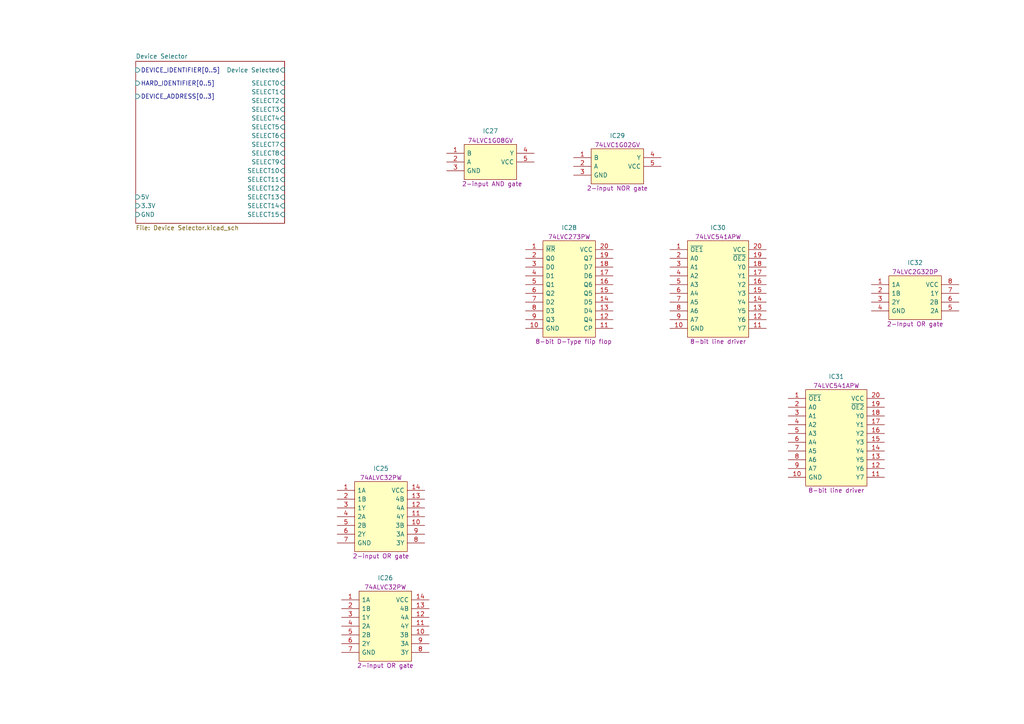
<source format=kicad_sch>
(kicad_sch (version 20211123) (generator eeschema)
  (paper "A4")
  (lib_symbols
    (symbol "Nexperia:74ALVC32PW,118" (pin_names (offset 0.762))
      (property "Reference" "IC" (at 11.43 6.35 0))
      (property "Description" "2-input OR gate" (at 5.08 -19.05 0))
      (property "Silk" "74ALVC32PW" (at 12.7 3.81 0))
      (symbol "74ALVC32PW,118_0_0"
        (pin passive line (at 0 0 0) (length 5.08) (name "1A") (number "1"))
        (pin passive line (at 25.4 -10.16 180) (length 5.08) (name "3B") (number "10"))
        (pin passive line (at 25.4 -7.62 180) (length 5.08) (name "4Y") (number "11"))
        (pin passive line (at 25.4 -5.08 180) (length 5.08) (name "4A") (number "12"))
        (pin passive line (at 25.4 -2.54 180) (length 5.08) (name "4B") (number "13"))
        (pin passive line (at 25.4 0 180) (length 5.08) (name "VCC") (number "14"))
        (pin passive line (at 0 -2.54 0) (length 5.08) (name "1B") (number "2"))
        (pin passive line (at 0 -5.08 0) (length 5.08) (name "1Y") (number "3"))
        (pin passive line (at 0 -7.62 0) (length 5.08) (name "2A") (number "4"))
        (pin passive line (at 0 -10.16 0) (length 5.08) (name "2B") (number "5"))
        (pin passive line (at 0 -12.7 0) (length 5.08) (name "2Y") (number "6"))
        (pin passive line (at 0 -15.24 0) (length 5.08) (name "GND") (number "7"))
        (pin passive line (at 25.4 -15.24 180) (length 5.08) (name "3Y") (number "8"))
        (pin passive line (at 25.4 -12.7 180) (length 5.08) (name "3A") (number "9"))
      )
      (symbol "74ALVC32PW,118_0_1"
        (polyline (pts (xy 5.08 2.54) (xy 20.32 2.54) (xy 20.32 -17.78) (xy 5.08 -17.78) (xy 5.08 2.54)) (stroke (width 0.1524)) (fill (type background)))
      )
    )
    (symbol "Nexperia:74LVC1G02GV,125" (pin_names (offset 0.762))
      (property "Reference" "IC" (at 11.43 6.35 0))
      (property "Description" "2-input NOR gate" (at 3.81 -8.89 0))
      (property "Silk" "74LVC1G02GV" (at 12.7 3.81 0))
      (symbol "74LVC1G02GV,125_0_0"
        (pin passive line (at 0 0 0) (length 5.08) (name "B") (number "1"))
        (pin passive line (at 0 -2.54 0) (length 5.08) (name "A") (number "2"))
        (pin passive line (at 0 -5.08 0) (length 5.08) (name "GND") (number "3"))
        (pin passive line (at 25.4 0 180) (length 5.08) (name "Y") (number "4"))
        (pin passive line (at 25.4 -2.54 180) (length 5.08) (name "VCC") (number "5"))
      )
      (symbol "74LVC1G02GV,125_0_1"
        (polyline (pts (xy 5.08 2.54) (xy 20.32 2.54) (xy 20.32 -7.62) (xy 5.08 -7.62) (xy 5.08 2.54)) (stroke (width 0.1524)) (fill (type background)))
      )
    )
    (symbol "Nexperia:74LVC1G08GV,125" (pin_names (offset 0.762))
      (property "Reference" "IC" (at 10.795 5.715 0))
      (property "Silk" "74LVC1G08GV" (at 12.7 3.81 0))
      (symbol "74LVC1G08GV,125_0_0"
        (pin passive line (at 0 0 0) (length 5.08) (name "B") (number "1"))
        (pin passive line (at 0 -2.54 0) (length 5.08) (name "A") (number "2"))
        (pin passive line (at 0 -5.08 0) (length 5.08) (name "GND") (number "3"))
        (pin passive line (at 25.4 0 180) (length 5.08) (name "Y") (number "4"))
        (pin passive line (at 25.4 -2.54 180) (length 5.08) (name "VCC") (number "5"))
      )
      (symbol "74LVC1G08GV,125_0_1"
        (polyline (pts (xy 5.08 2.54) (xy 20.32 2.54) (xy 20.32 -7.62) (xy 5.08 -7.62) (xy 5.08 2.54)) (stroke (width 0.1524)) (fill (type background)))
      )
    )
    (symbol "Nexperia:74LVC273PW,118" (pin_names (offset 0.762))
      (property "Reference" "IC" (at 11.43 6.35 0))
      (property "Description" "8-bit D-Type flip flop" (at 1.27 -26.67 0))
      (property "Silk" "74LVC273PW" (at 12.7 3.81 0))
      (symbol "74LVC273PW,118_0_0"
        (pin passive line (at 0 0 0) (length 5.08) (name "~{MR}") (number "1"))
        (pin passive line (at 0 -22.86 0) (length 5.08) (name "GND") (number "10"))
        (pin passive line (at 25.4 -22.86 180) (length 5.08) (name "CP") (number "11"))
        (pin passive line (at 25.4 -20.32 180) (length 5.08) (name "Q4") (number "12"))
        (pin passive line (at 25.4 -17.78 180) (length 5.08) (name "D4") (number "13"))
        (pin passive line (at 25.4 -15.24 180) (length 5.08) (name "D5") (number "14"))
        (pin passive line (at 25.4 -12.7 180) (length 5.08) (name "Q5") (number "15"))
        (pin passive line (at 25.4 -10.16 180) (length 5.08) (name "Q6") (number "16"))
        (pin passive line (at 25.4 -7.62 180) (length 5.08) (name "D6") (number "17"))
        (pin passive line (at 25.4 -5.08 180) (length 5.08) (name "D7") (number "18"))
        (pin passive line (at 25.4 -2.54 180) (length 5.08) (name "Q7") (number "19"))
        (pin passive line (at 0 -2.54 0) (length 5.08) (name "Q0") (number "2"))
        (pin passive line (at 25.4 0 180) (length 5.08) (name "VCC") (number "20"))
        (pin passive line (at 0 -5.08 0) (length 5.08) (name "D0") (number "3"))
        (pin passive line (at 0 -7.62 0) (length 5.08) (name "D1") (number "4"))
        (pin passive line (at 0 -10.16 0) (length 5.08) (name "Q1") (number "5"))
        (pin passive line (at 0 -12.7 0) (length 5.08) (name "Q2") (number "6"))
        (pin passive line (at 0 -15.24 0) (length 5.08) (name "D2") (number "7"))
        (pin passive line (at 0 -17.78 0) (length 5.08) (name "D3") (number "8"))
        (pin passive line (at 0 -20.32 0) (length 5.08) (name "Q3") (number "9"))
      )
      (symbol "74LVC273PW,118_0_1"
        (polyline (pts (xy 5.08 2.54) (xy 20.32 2.54) (xy 20.32 -25.4) (xy 5.08 -25.4) (xy 5.08 2.54)) (stroke (width 0.1524)) (fill (type background)))
      )
    )
    (symbol "Nexperia:74LVC2G32DP,125" (pin_names (offset 0.762))
      (property "Reference" "IC" (at 11.43 6.35 0))
      (property "Description" "2-Input OR gate" (at 5.08 -11.43 0))
      (property "Silk" "74LVC2G32DP" (at 12.7 3.81 0))
      (symbol "74LVC2G32DP,125_0_0"
        (pin passive line (at 0 0 0) (length 5.08) (name "1A") (number "1"))
        (pin passive line (at 0 -2.54 0) (length 5.08) (name "1B") (number "2"))
        (pin passive line (at 0 -5.08 0) (length 5.08) (name "2Y") (number "3"))
        (pin passive line (at 0 -7.62 0) (length 5.08) (name "GND") (number "4"))
        (pin passive line (at 25.4 -7.62 180) (length 5.08) (name "2A") (number "5"))
        (pin passive line (at 25.4 -5.08 180) (length 5.08) (name "2B") (number "6"))
        (pin passive line (at 25.4 -2.54 180) (length 5.08) (name "1Y") (number "7"))
        (pin passive line (at 25.4 0 180) (length 5.08) (name "VCC") (number "8"))
      )
      (symbol "74LVC2G32DP,125_0_1"
        (polyline (pts (xy 5.08 2.54) (xy 20.32 2.54) (xy 20.32 -10.16) (xy 5.08 -10.16) (xy 5.08 2.54)) (stroke (width 0.1524)) (fill (type background)))
      )
    )
    (symbol "Nexperia:74LVC541APW,118" (pin_names (offset 0.762))
      (property "Reference" "IC" (at 12.7 6.35 0))
      (property "Description" "8-bit line driver" (at 6.35 -26.67 0))
      (property "Silk" "74LVC541APW" (at 13.97 3.81 0))
      (symbol "74LVC541APW,118_0_0"
        (pin passive line (at 0 0 0) (length 5.08) (name "~{OE1}") (number "1"))
        (pin passive line (at 0 -22.86 0) (length 5.08) (name "GND") (number "10"))
        (pin passive line (at 27.94 -22.86 180) (length 5.08) (name "Y7") (number "11"))
        (pin passive line (at 27.94 -20.32 180) (length 5.08) (name "Y6") (number "12"))
        (pin passive line (at 27.94 -17.78 180) (length 5.08) (name "Y5") (number "13"))
        (pin passive line (at 27.94 -15.24 180) (length 5.08) (name "Y4") (number "14"))
        (pin passive line (at 27.94 -12.7 180) (length 5.08) (name "Y3") (number "15"))
        (pin passive line (at 27.94 -10.16 180) (length 5.08) (name "Y2") (number "16"))
        (pin passive line (at 27.94 -7.62 180) (length 5.08) (name "Y1") (number "17"))
        (pin passive line (at 27.94 -5.08 180) (length 5.08) (name "Y0") (number "18"))
        (pin passive line (at 27.94 -2.54 180) (length 5.08) (name "~{OE2}") (number "19"))
        (pin passive line (at 0 -2.54 0) (length 5.08) (name "A0") (number "2"))
        (pin passive line (at 27.94 0 180) (length 5.08) (name "VCC") (number "20"))
        (pin passive line (at 0 -5.08 0) (length 5.08) (name "A1") (number "3"))
        (pin passive line (at 0 -7.62 0) (length 5.08) (name "A2") (number "4"))
        (pin passive line (at 0 -10.16 0) (length 5.08) (name "A3") (number "5"))
        (pin passive line (at 0 -12.7 0) (length 5.08) (name "A4") (number "6"))
        (pin passive line (at 0 -15.24 0) (length 5.08) (name "A5") (number "7"))
        (pin passive line (at 0 -17.78 0) (length 5.08) (name "A6") (number "8"))
        (pin passive line (at 0 -20.32 0) (length 5.08) (name "A7") (number "9"))
      )
      (symbol "74LVC541APW,118_0_1"
        (polyline (pts (xy 5.08 2.54) (xy 22.86 2.54) (xy 22.86 -25.4) (xy 5.08 -25.4) (xy 5.08 2.54)) (stroke (width 0.1524)) (fill (type background)))
      )
    )
  )
  (symbol (lib_id "Nexperia:74LVC1G08GV,125") (at 129.54 44.45 0) (unit 1)
    (property "Reference" "IC27" (at 142.24 37.9943 0))
    (property "Value" "74LVC1G08GV,125" (effects hide))
    (property "Footprint" "SOT95P275X110-5N" (effects hide))
    (property "Datasheet" "https://assets.nexperia.com/documents/data-sheet/74LVC1G08.pdf" (effects hide))
    (property "Description" "2-input AND gate" (at 133.985 53.34 0) (effects (justify left)))
    (property "Height" "1.1" (effects hide))
    (property "Manufacturer_Name" "Nexperia" (effects hide))
    (property "Manufacturer_Part_Number" "74LVC1G08GV,125" (effects hide))
    (property "Mouser Part Number" "771-74LVC1G08GV" (effects hide))
    (property "Mouser Price/Stock" "https://www.mouser.co.uk/ProductDetail/Nexperia/74LVC1G08GV125?qs=me8TqzrmIYXEnurJEPZc7A%3D%3D" (effects hide))
    (property "Arrow Part Number" "74LVC1G08GV,125" (effects hide))
    (property "Arrow Price/Stock" "https://www.arrow.com/en/products/74lvc1g08gv125/nexperia" (effects hide))
    (property "Silk" "74LVC1G08GV" (at 142.24 40.7694 0))
  )
  (symbol (lib_id "Nexperia:74LVC2G32DP,125") (at 252.73 82.55 0) (unit 1)
    (property "Reference" "IC32" (at 265.43 76.2 0))
    (property "Value" "74LVC2G32DP,125" (effects hide))
    (property "Footprint" "SOP65P400X110-8N" (effects hide))
    (property "Datasheet" "https://assets.nexperia.com/documents/data-sheet/74LVC2G32.pdf" (effects hide))
    (property "Description" "2-Input OR gate" (at 265.43 93.98 0))
    (property "Height" "1.1" (effects hide))
    (property "Manufacturer_Name" "Nexperia" (effects hide))
    (property "Manufacturer_Part_Number" "74LVC2G32DP,125" (effects hide))
    (property "Mouser Part Number" "771-LVC2G32DP125" (effects hide))
    (property "Mouser Price/Stock" "https://www.mouser.co.uk/ProductDetail/Nexperia/74LVC2G32DP125?qs=me8TqzrmIYW%2FQ9dGbQTEYg%3D%3D" (effects hide))
    (property "Arrow Part Number" "74LVC2G32DP,125" (effects hide))
    (property "Arrow Price/Stock" "https://www.arrow.com/en/products/74lvc2g32dp125/nexperia?region=nac" (effects hide))
    (property "Silk" "74LVC2G32DP" (at 265.43 78.8693 0))
  )
  (symbol (lib_id "Nexperia:74ALVC32PW,118") (at 99.06 173.99 0) (unit 1)
    (property "Reference" "IC26" (at 111.76 167.64 0))
    (property "Value" "74ALVC32PW,118" (effects hide))
    (property "Footprint" "SOP65P640X110-14N" (effects hide))
    (property "Datasheet" "https://assets.nexperia.com/documents/data-sheet/74ALVC32.pdf" (effects hide))
    (property "Description" "2-input OR gate" (at 111.76 193.04 0))
    (property "Height" "1.1" (effects hide))
    (property "Mouser Part Number" "771-ALVC32PW118" (effects hide))
    (property "Mouser Price/Stock" "https://www.mouser.co.uk/ProductDetail/Nexperia/74ALVC32PW118?qs=P62ublwmbi8O1PZSQC2ZSw%3D%3D" (effects hide))
    (property "Manufacturer_Name" "Nexperia" (effects hide))
    (property "Manufacturer_Part_Number" "74ALVC32PW,118" (effects hide))
    (property "Silk" "74ALVC32PW" (at 111.76 170.3093 0))
  )
  (symbol (lib_id "Nexperia:74ALVC32PW,118") (at 97.79 142.24 0) (unit 1)
    (property "Reference" "IC25" (at 110.49 135.89 0))
    (property "Value" "74ALVC32PW,118" (effects hide))
    (property "Footprint" "SOP65P640X110-14N" (effects hide))
    (property "Datasheet" "https://assets.nexperia.com/documents/data-sheet/74ALVC32.pdf" (effects hide))
    (property "Description" "2-input OR gate" (at 110.49 161.29 0))
    (property "Height" "1.1" (effects hide))
    (property "Mouser Part Number" "771-ALVC32PW118" (effects hide))
    (property "Mouser Price/Stock" "https://www.mouser.co.uk/ProductDetail/Nexperia/74ALVC32PW118?qs=P62ublwmbi8O1PZSQC2ZSw%3D%3D" (effects hide))
    (property "Manufacturer_Name" "Nexperia" (effects hide))
    (property "Manufacturer_Part_Number" "74ALVC32PW,118" (effects hide))
    (property "Silk" "74ALVC32PW" (at 110.49 138.5593 0))
  )
  (symbol (lib_id "Nexperia:74LVC1G02GV,125") (at 166.37 45.72 0) (unit 1)
    (property "Reference" "IC29" (at 179.07 39.37 0))
    (property "Value" "74LVC1G02GV,125" (effects hide))
    (property "Footprint" "SOT95P275X110-5N" (effects hide))
    (property "Datasheet" "https://assets.nexperia.com/documents/data-sheet/74LVC1G02.pdf" (effects hide))
    (property "Description" "2-input NOR gate" (at 179.07 54.61 0))
    (property "Height" "1.1" (effects hide))
    (property "Manufacturer_Name" "Nexperia" (effects hide))
    (property "Manufacturer_Part_Number" "74LVC1G02GV,125" (effects hide))
    (property "Mouser Part Number" "771-LVC1G02GV125" (effects hide))
    (property "Mouser Price/Stock" "https://www.mouser.co.uk/ProductDetail/Nexperia/74LVC1G02GV125?qs=me8TqzrmIYX6GMf4PLx9gg%3D%3D" (effects hide))
    (property "Arrow Part Number" "74LVC1G02GV,125" (effects hide))
    (property "Arrow Price/Stock" "https://www.arrow.com/en/products/74lvc1g02gv125/nexperia?region=nac" (effects hide))
    (property "Silk" "74LVC1G02GV" (at 179.07 42.0393 0))
  )
  (symbol (lib_id "Nexperia:74LVC273PW,118") (at 152.4 72.39 0) (unit 1)
    (property "Reference" "IC28" (at 165.1 66.04 0))
    (property "Value" "74LVC273PW,118" (effects hide))
    (property "Footprint" "SOP65P640X110-20N" (effects hide))
    (property "Datasheet" "https://assets.nexperia.com/documents/data-sheet/74LVC273.pdf" (effects hide))
    (property "Description" "8-bit D-Type flip flop" (at 166.37 99.06 0))
    (property "Height" "1.1" (effects hide))
    (property "Manufacturer_Name" "Nexperia" (effects hide))
    (property "Manufacturer_Part_Number" "74LVC273PW,118" (effects hide))
    (property "Mouser Part Number" "771-74LVC273PW-T" (effects hide))
    (property "Mouser Price/Stock" "https://www.mouser.com/Search/Refine.aspx?Keyword=771-74LVC273PW-T" (effects hide))
    (property "Arrow Part Number" "74LVC273PW,118" (effects hide))
    (property "Arrow Price/Stock" "https://www.arrow.com/en/products/74lvc273pw118/nexperia" (effects hide))
    (property "Silk" "74LVC273PW" (at 165.1 68.7093 0))
  )
  (symbol (lib_id "Nexperia:74LVC541APW,118") (at 228.6 115.57 0) (unit 1)
    (property "Reference" "IC31" (at 242.57 109.22 0))
    (property "Value" "74LVC541APW,118" (effects hide))
    (property "Footprint" "SOP65P640X110-20N" (effects hide))
    (property "Datasheet" "https://assets.nexperia.com/documents/data-sheet/74LVC541A.pdf" (effects hide))
    (property "Description" "8-bit line driver" (at 242.57 142.24 0))
    (property "Height" "1.1" (effects hide))
    (property "Mouser Part Number" "771-74LVC541APW-T" (effects hide))
    (property "Mouser Price/Stock" "https://www.mouser.co.uk/ProductDetail/Nexperia/74LVC541APW118?qs=me8TqzrmIYXvoPByM7nnJQ%3D%3D" (effects hide))
    (property "Manufacturer_Name" "Nexperia" (effects hide))
    (property "Manufacturer_Part_Number" "74LVC541APW,118" (effects hide))
    (property "Silk" "74LVC541APW" (at 242.57 111.8893 0))
  )
  (symbol (lib_id "Nexperia:74LVC541APW,118") (at 194.31 72.39 0) (unit 1)
    (property "Reference" "IC30" (at 208.28 66.04 0))
    (property "Value" "74LVC541APW,118" (effects hide))
    (property "Footprint" "SOP65P640X110-20N" (effects hide))
    (property "Datasheet" "https://assets.nexperia.com/documents/data-sheet/74LVC541A.pdf" (effects hide))
    (property "Description" "8-bit line driver" (at 208.28 99.06 0))
    (property "Height" "1.1" (effects hide))
    (property "Mouser Part Number" "771-74LVC541APW-T" (effects hide))
    (property "Mouser Price/Stock" "https://www.mouser.co.uk/ProductDetail/Nexperia/74LVC541APW118?qs=me8TqzrmIYXvoPByM7nnJQ%3D%3D" (effects hide))
    (property "Manufacturer_Name" "Nexperia" (effects hide))
    (property "Manufacturer_Part_Number" "74LVC541APW,118" (effects hide))
    (property "Silk" "74LVC541APW" (at 208.28 68.7093 0))
  )
  (sheet (at 39.37 17.78) (size 43.18 46.99) (stroke (width 0.1524))
    (property "Sheet name" "Device Selector" (at 39.37 17.0684 0) (effects (justify left bottom)))
    (property "Sheet file" "Device Selector.kicad_sch" (at 39.37 65.3546 0) (effects (justify left top)))
    (pin "Device Selected" input (at 82.55 20.32 0))
    (pin "5V" input (at 39.37 57.15 180))
    (pin "GND" input (at 39.37 62.23 180))
    (pin "HARD_IDENTIFIER[0..5]" input (at 39.37 24.13 180))
    (pin "DEVICE_IDENTIFIER[0..5]" input (at 39.37 20.32 180))
    (pin "3.3V" input (at 39.37 59.69 180))
    (pin "DEVICE_ADDRESS[0..3]" input (at 39.37 27.94 180))
    (pin "SELECT11" input (at 82.55 52.07 0))
    (pin "SELECT8" input (at 82.55 44.45 0))
    (pin "SELECT10" input (at 82.55 49.53 0))
    (pin "SELECT9" input (at 82.55 46.99 0))
    (pin "SELECT12" input (at 82.55 54.61 0))
    (pin "SELECT13" input (at 82.55 57.15 0))
    (pin "SELECT15" input (at 82.55 62.23 0))
    (pin "SELECT14" input (at 82.55 59.69 0))
    (pin "SELECT6" input (at 82.55 39.37 0))
    (pin "SELECT7" input (at 82.55 41.91 0))
    (pin "SELECT5" input (at 82.55 36.83 0))
    (pin "SELECT3" input (at 82.55 31.75 0))
    (pin "SELECT1" input (at 82.55 26.67 0))
    (pin "SELECT2" input (at 82.55 29.21 0))
    (pin "SELECT4" input (at 82.55 34.29 0))
    (pin "SELECT0" input (at 82.55 24.13 0))
  )
)
</source>
